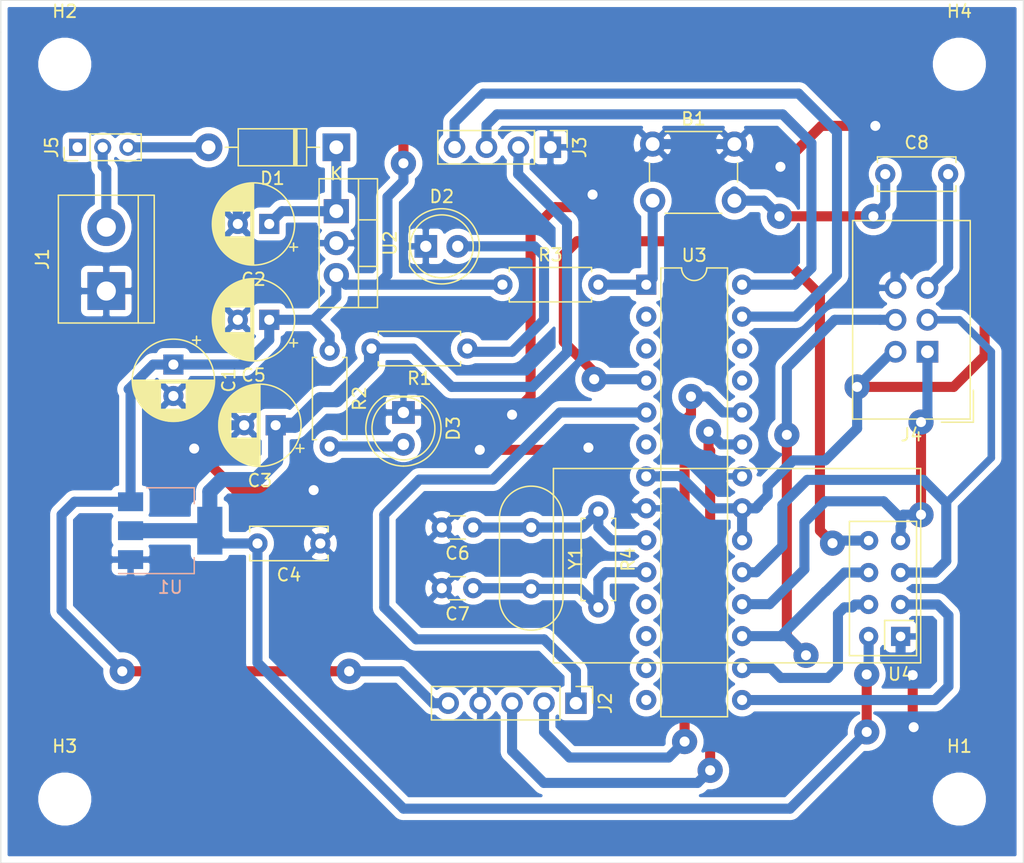
<source format=kicad_pcb>
(kicad_pcb (version 20171130) (host pcbnew "(5.1.5)-3")
  (title_block (title "Nrf24L01 Based ArduCar Controller") (date 2020-04-18) (rev v.1.1) (company "Erdem ARSLAN"))
  (layers (0 F.Cu jumper) (31 B.Cu mixed) (34 B.Paste user) (37 F.SilkS user) (38 B.Mask user) (39 F.Mask user) (44 Edge.Cuts user))
  (net 0 "")
  (net 1 "Net-(B1-Pad2)")
  (net 2 GND)
  (net 3 +5V)
  (net 4 "Net-(C2-Pad1)")
  (net 5 +3V3)
  (net 6 "Net-(C6-Pad1)")
  (net 7 "Net-(C7-Pad1)")
  (net 8 RESET)
  (net 9 "Net-(D1-Pad2)")
  (net 10 "Net-(D2-Pad2)")
  (net 11 "Net-(D3-Pad2)")
  (net 12 "Net-(J1-Pad2)")
  (net 13 SW)
  (net 14 VRY)
  (net 15 VRX)
  (net 16 "Net-(J3-Pad3)")
  (net 17 "Net-(J3-Pad4)")
  (net 18 MISO)
  (net 19 SCK)
  (net 20 MOSI)
  (net 21 "Net-(J5-Pad1)")
  (net 22 CE)
  (net 23 "Net-(U3-Pad2)")
  (net 24 CSN)
  (net 25 "Net-(U3-Pad3)")
  (net 26 IRQ)
  (net 27 "Net-(U3-Pad6)")
  (net 28 "Net-(U3-Pad11)")
  (net 29 "Net-(U3-Pad25)")
  (net 30 "Net-(U3-Pad12)")
  (net 31 "Net-(U3-Pad26)")
  (net 32 "Net-(U3-Pad13)")
  (net 33 "Net-(U3-Pad14)")
  (module Button_Switch_THT:SW_PUSH_6mm (layer F.Cu) (at 97.536 113.03)
    (fp_text reference B1 (at 3.25 -2) (layer F.SilkS))
    (fp_text value Button)
    (pad 2 thru_hole circle (at 0 4.5 90) (size 2 2) (drill 1.1) (layers *.Cu *.Mask) (net 1 "Net-(B1-Pad2)"))
    (pad 1 thru_hole circle (at 0 0 90) (size 2 2) (drill 1.1) (layers *.Cu *.Mask) (net 2 GND))
    (pad 2 thru_hole circle (at 6.5 4.5 90) (size 2 2) (drill 1.1) (layers *.Cu *.Mask) (net 1 "Net-(B1-Pad2)"))
    (pad 1 thru_hole circle (at 6.5 0 90) (size 2 2) (drill 1.1) (layers *.Cu *.Mask) (net 2 GND))
  )
  (module Capacitor_THT:CP_Radial_D6.3mm_P2.50mm (layer F.Cu) (at 59.436 130.556 270)
    (fp_text reference C1 (at 1.25 -4.4 90) (layer F.SilkS))
    (fp_text value "47uF 16V")
    (pad 1 thru_hole rect (at 0 0 270) (size 1.6 1.6) (drill 0.8) (layers *.Cu *.Mask) (net 3 +5V))
    (pad 2 thru_hole circle (at 2.5 0 270) (size 1.6 1.6) (drill 0.8) (layers *.Cu *.Mask) (net 2 GND))
  )
  (module Capacitor_THT:CP_Radial_D6.3mm_P2.50mm (layer F.Cu) (at 67.056 119.38 180)
    (fp_text reference C2 (at 1.25 -4.4) (layer F.SilkS))
    (fp_text value "220uF 35V")
    (pad 2 thru_hole circle (at 2.5 0 180) (size 1.6 1.6) (drill 0.8) (layers *.Cu *.Mask) (net 2 GND))
    (pad 1 thru_hole rect (at 0 0 180) (size 1.6 1.6) (drill 0.8) (layers *.Cu *.Mask) (net 4 "Net-(C2-Pad1)"))
  )
  (module Capacitor_THT:CP_Radial_D6.3mm_P2.50mm (layer F.Cu) (at 67.564 135.382 180)
    (fp_text reference C3 (at 1.25 -4.4) (layer F.SilkS))
    (fp_text value "47uF 16V")
    (pad 2 thru_hole circle (at 2.5 0 180) (size 1.6 1.6) (drill 0.8) (layers *.Cu *.Mask) (net 2 GND))
    (pad 1 thru_hole rect (at 0 0 180) (size 1.6 1.6) (drill 0.8) (layers *.Cu *.Mask) (net 5 +3V3))
  )
  (module Capacitor_THT:C_Disc_D6.0mm_W2.5mm_P5.00mm (layer F.Cu) (at 71.12 144.78 180)
    (fp_text reference C4 (at 2.5 -2.5) (layer F.SilkS))
    (fp_text value 100nF)
    (pad 1 thru_hole circle (at 0 0 180) (size 1.6 1.6) (drill 0.8) (layers *.Cu *.Mask) (net 2 GND))
    (pad 2 thru_hole circle (at 5 0 180) (size 1.6 1.6) (drill 0.8) (layers *.Cu *.Mask) (net 5 +3V3))
  )
  (module Capacitor_THT:CP_Radial_D6.3mm_P2.50mm (layer F.Cu) (at 67.056 127 180)
    (fp_text reference C5 (at 1.25 -4.4) (layer F.SilkS))
    (fp_text value "0.1uF 16V")
    (pad 1 thru_hole rect (at 0 0 180) (size 1.6 1.6) (drill 0.8) (layers *.Cu *.Mask) (net 3 +5V))
    (pad 2 thru_hole circle (at 2.5 0 180) (size 1.6 1.6) (drill 0.8) (layers *.Cu *.Mask) (net 2 GND))
  )
  (module Capacitor_THT:C_Disc_D3.0mm_W1.6mm_P2.50mm (layer F.Cu) (at 83.272 143.51 180)
    (fp_text reference C6 (at 1.25 -2.05) (layer F.SilkS))
    (fp_text value 22pF)
    (pad 2 thru_hole circle (at 2.5 0 180) (size 1.6 1.6) (drill 0.8) (layers *.Cu *.Mask) (net 2 GND))
    (pad 1 thru_hole circle (at 0 0 180) (size 1.6 1.6) (drill 0.8) (layers *.Cu *.Mask) (net 6 "Net-(C6-Pad1)"))
  )
  (module Capacitor_THT:C_Disc_D3.0mm_W1.6mm_P2.50mm (layer F.Cu) (at 83.272 148.336 180)
    (fp_text reference C7 (at 1.25 -2.05) (layer F.SilkS))
    (fp_text value 22pF)
    (pad 1 thru_hole circle (at 0 0 180) (size 1.6 1.6) (drill 0.8) (layers *.Cu *.Mask) (net 7 "Net-(C7-Pad1)"))
    (pad 2 thru_hole circle (at 2.5 0 180) (size 1.6 1.6) (drill 0.8) (layers *.Cu *.Mask) (net 2 GND))
  )
  (module Capacitor_THT:C_Disc_D6.0mm_W2.5mm_P5.00mm (layer F.Cu) (at 116.0272 115.4176)
    (fp_text reference C8 (at 2.5 -2.5) (layer F.SilkS))
    (fp_text value 100nF)
    (pad 2 thru_hole circle (at 5 0) (size 1.6 1.6) (drill 0.8) (layers *.Cu *.Mask) (net 8 RESET))
    (pad 1 thru_hole circle (at 0 0) (size 1.6 1.6) (drill 0.8) (layers *.Cu *.Mask) (net 1 "Net-(B1-Pad2)"))
  )
  (module Diode_THT:D_DO-41_SOD81_P10.16mm_Horizontal (layer F.Cu) (at 72.39 113.284 180)
    (fp_text reference D1 (at 5.08 -2.47) (layer F.SilkS))
    (fp_text value 1N4007)
    (fp_text user K (at 0 -2.1) (layer F.SilkS))
    (pad 1 thru_hole rect (at 0 0 180) (size 2.2 2.2) (drill 1.1) (layers *.Cu *.Mask) (net 4 "Net-(C2-Pad1)"))
    (pad 2 thru_hole oval (at 10.16 0 180) (size 2.2 2.2) (drill 1.1) (layers *.Cu *.Mask) (net 9 "Net-(D1-Pad2)"))
  )
  (module LED_THT:LED_D5.0mm (layer F.Cu) (at 79.502 121.158)
    (fp_text reference D2 (at 1.27 -3.96) (layer F.SilkS))
    (fp_text value LED)
    (pad 2 thru_hole circle (at 2.54 0) (size 1.8 1.8) (drill 0.9) (layers *.Cu *.Mask) (net 10 "Net-(D2-Pad2)"))
    (pad 1 thru_hole rect (at 0 0) (size 1.8 1.8) (drill 0.9) (layers *.Cu *.Mask) (net 2 GND))
  )
  (module LED_THT:LED_D5.0mm (layer F.Cu) (at 77.724 134.366 270)
    (fp_text reference D3 (at 1.27 -3.96 90) (layer F.SilkS))
    (fp_text value LED)
    (pad 1 thru_hole rect (at 0 0 270) (size 1.8 1.8) (drill 0.9) (layers *.Cu *.Mask) (net 2 GND))
    (pad 2 thru_hole circle (at 2.54 0 270) (size 1.8 1.8) (drill 0.9) (layers *.Cu *.Mask) (net 11 "Net-(D3-Pad2)"))
  )
  (module MountingHole:MountingHole_3.2mm_M3 (layer F.Cu) (at 121.92 165.1)
    (fp_text reference H1 (at 0 -4.2) (layer F.SilkS))
    (fp_text value MountingHole)
    (pad 1 np_thru_hole circle (at 0 0) (size 3.2 3.2) (drill 3.2) (layers *.Cu *.Mask))
  )
  (module MountingHole:MountingHole_3.2mm_M3 (layer F.Cu) (at 50.8 106.68)
    (fp_text reference H2 (at 0 -4.2) (layer F.SilkS))
    (fp_text value MountingHole)
    (pad 1 np_thru_hole circle (at 0 0) (size 3.2 3.2) (drill 3.2) (layers *.Cu *.Mask))
  )
  (module MountingHole:MountingHole_3.2mm_M3 (layer F.Cu) (at 50.8 165.1)
    (fp_text reference H3 (at 0 -4.2) (layer F.SilkS))
    (fp_text value MountingHole)
    (pad 1 np_thru_hole circle (at 0 0) (size 3.2 3.2) (drill 3.2) (layers *.Cu *.Mask))
  )
  (module MountingHole:MountingHole_3.2mm_M3 (layer F.Cu) (at 121.92 106.68)
    (fp_text reference H4 (at 0 -4.2) (layer F.SilkS))
    (fp_text value MountingHole)
    (pad 1 np_thru_hole circle (at 0 0) (size 3.2 3.2) (drill 3.2) (layers *.Cu *.Mask))
  )
  (module TerminalBlock:TerminalBlock_bornier-2_P5.08mm (layer F.Cu) (at 54.102 124.714 90)
    (fp_text reference J1 (at 2.54 -5.08 90) (layer F.SilkS))
    (fp_text value Screw_Terminal_01x02)
    (pad 1 thru_hole rect (at 0 0 90) (size 3 3) (drill 1.52) (layers *.Cu *.Mask) (net 2 GND))
    (pad 2 thru_hole circle (at 5.08 0 90) (size 3 3) (drill 1.52) (layers *.Cu *.Mask) (net 12 "Net-(J1-Pad2)"))
  )
  (module Connector_PinHeader_2.54mm:PinHeader_1x05_P2.54mm_Vertical (layer F.Cu) (at 91.44 157.48 270)
    (fp_text reference J2 (at 0 -2.33 90) (layer F.SilkS))
    (fp_text value Conn_01x05_Female)
    (pad 1 thru_hole rect (at 0 0 270) (size 1.7 1.7) (drill 1) (layers *.Cu *.Mask) (net 13 SW))
    (pad 2 thru_hole oval (at 0 2.54 270) (size 1.7 1.7) (drill 1) (layers *.Cu *.Mask) (net 14 VRY))
    (pad 3 thru_hole oval (at 0 5.08 270) (size 1.7 1.7) (drill 1) (layers *.Cu *.Mask) (net 15 VRX))
    (pad 4 thru_hole oval (at 0 7.62 270) (size 1.7 1.7) (drill 1) (layers *.Cu *.Mask) (net 2 GND))
    (pad 5 thru_hole oval (at 0 10.16 270) (size 1.7 1.7) (drill 1) (layers *.Cu *.Mask) (net 3 +5V))
  )
  (module Connector_PinHeader_2.54mm:PinHeader_1x04_P2.54mm_Vertical (layer F.Cu) (at 89.408 113.284 270)
    (fp_text reference J3 (at 0 -2.33 90) (layer F.SilkS))
    (fp_text value OLED)
    (pad 1 thru_hole rect (at 0 0 270) (size 1.7 1.7) (drill 1) (layers *.Cu *.Mask) (net 2 GND))
    (pad 2 thru_hole oval (at 0 2.54 270) (size 1.7 1.7) (drill 1) (layers *.Cu *.Mask) (net 5 +3V3))
    (pad 3 thru_hole oval (at 0 5.08 270) (size 1.7 1.7) (drill 1) (layers *.Cu *.Mask) (net 16 "Net-(J3-Pad3)"))
    (pad 4 thru_hole oval (at 0 7.62 270) (size 1.7 1.7) (drill 1) (layers *.Cu *.Mask) (net 17 "Net-(J3-Pad4)"))
  )
  (module Connector_IDC:IDC-Header_2x03_P2.54mm_Vertical (layer F.Cu) (at 119.38 129.54 180)
    (fp_text reference J4 (at 1.27 -6.604) (layer F.SilkS))
    (fp_text value AVR-ISP-6)
    (pad 1 thru_hole rect (at 0 0 180) (size 1.7272 1.7272) (drill 1.016) (layers *.Cu *.Mask) (net 18 MISO))
    (pad 2 thru_hole oval (at 2.54 0 180) (size 1.7272 1.7272) (drill 1.016) (layers *.Cu *.Mask) (net 3 +5V))
    (pad 3 thru_hole oval (at 0 2.54 180) (size 1.7272 1.7272) (drill 1.016) (layers *.Cu *.Mask) (net 19 SCK))
    (pad 4 thru_hole oval (at 2.54 2.54 180) (size 1.7272 1.7272) (drill 1.016) (layers *.Cu *.Mask) (net 20 MOSI))
    (pad 5 thru_hole oval (at 0 5.08 180) (size 1.7272 1.7272) (drill 1.016) (layers *.Cu *.Mask) (net 8 RESET))
    (pad 6 thru_hole oval (at 2.54 5.08 180) (size 1.7272 1.7272) (drill 1.016) (layers *.Cu *.Mask) (net 2 GND))
  )
  (module Connector_PinHeader_2.00mm:PinHeader_1x03_P2.00mm_Vertical (layer F.Cu) (at 51.816 113.284 90)
    (fp_text reference J5 (at 0 -2.06 90) (layer F.SilkS))
    (fp_text value POWER_SW)
    (pad 1 thru_hole rect (at 0 0 90) (size 1.35 1.35) (drill 0.8) (layers *.Cu *.Mask) (net 21 "Net-(J5-Pad1)"))
    (pad 2 thru_hole oval (at 0 2 90) (size 1.35 1.35) (drill 0.8) (layers *.Cu *.Mask) (net 12 "Net-(J1-Pad2)"))
    (pad 3 thru_hole oval (at 0 4 90) (size 1.35 1.35) (drill 0.8) (layers *.Cu *.Mask) (net 9 "Net-(D1-Pad2)"))
  )
  (module Resistor_THT:R_Axial_DIN0207_L6.3mm_D2.5mm_P7.62mm_Horizontal (layer F.Cu) (at 82.804 129.286 180)
    (fp_text reference R1 (at 3.81 -2.37) (layer F.SilkS))
    (fp_text value 75E)
    (pad 2 thru_hole oval (at 7.62 0 180) (size 1.6 1.6) (drill 0.8) (layers *.Cu *.Mask) (net 5 +3V3))
    (pad 1 thru_hole circle (at 0 0 180) (size 1.6 1.6) (drill 0.8) (layers *.Cu *.Mask) (net 10 "Net-(D2-Pad2)"))
  )
  (module Resistor_THT:R_Axial_DIN0207_L6.3mm_D2.5mm_P7.62mm_Horizontal (layer F.Cu) (at 71.86 129.45 270)
    (fp_text reference R2 (at 3.81 -2.37 90) (layer F.SilkS))
    (fp_text value 220E)
    (pad 2 thru_hole oval (at 7.62 0 270) (size 1.6 1.6) (drill 0.8) (layers *.Cu *.Mask) (net 11 "Net-(D3-Pad2)"))
    (pad 1 thru_hole circle (at 0 0 270) (size 1.6 1.6) (drill 0.8) (layers *.Cu *.Mask) (net 3 +5V))
  )
  (module Resistor_THT:R_Axial_DIN0207_L6.3mm_D2.5mm_P7.62mm_Horizontal (layer F.Cu) (at 85.598 124.206)
    (fp_text reference R3 (at 3.81 -2.37) (layer F.SilkS))
    (fp_text value 10K)
    (pad 1 thru_hole circle (at 0 0) (size 1.6 1.6) (drill 0.8) (layers *.Cu *.Mask) (net 3 +5V))
    (pad 2 thru_hole oval (at 7.62 0) (size 1.6 1.6) (drill 0.8) (layers *.Cu *.Mask) (net 1 "Net-(B1-Pad2)"))
  )
  (module Resistor_THT:R_Axial_DIN0207_L6.3mm_D2.5mm_P7.62mm_Horizontal (layer F.Cu) (at 93.218 142.24 270)
    (fp_text reference R4 (at 3.81 -2.37 90) (layer F.SilkS))
    (fp_text value 1M)
    (pad 1 thru_hole circle (at 0 0 270) (size 1.6 1.6) (drill 0.8) (layers *.Cu *.Mask) (net 6 "Net-(C6-Pad1)"))
    (pad 2 thru_hole oval (at 7.62 0 270) (size 1.6 1.6) (drill 0.8) (layers *.Cu *.Mask) (net 7 "Net-(C7-Pad1)"))
  )
  (module Package_TO_SOT_SMD:SOT-223-3_TabPin2 (layer B.Cu) (at 59.182 143.764)
    (fp_text reference U1 (at 0 4.5) (layer B.SilkS) (effects (justify mirror)))
    (fp_text value AMS1117-3.3)
    (pad 2 smd rect (at 3.15 0) (size 2 3.8) (layers B.Cu B.Paste B.Mask) (net 5 +3V3))
    (pad 2 smd rect (at -3.15 0) (size 2 1.5) (layers B.Cu B.Paste B.Mask) (net 5 +3V3))
    (pad 3 smd rect (at -3.15 -2.3) (size 2 1.5) (layers B.Cu B.Paste B.Mask) (net 3 +5V))
    (pad 1 smd rect (at -3.15 2.3) (size 2 1.5) (layers B.Cu B.Paste B.Mask) (net 2 GND))
  )
  (module Package_TO_SOT_THT:TO-220-3_Vertical (layer F.Cu) (at 72.39 118.364 270)
    (fp_text reference U2 (at 2.54 -4.27 90) (layer F.SilkS))
    (fp_text value LM7805_TO220)
    (pad 1 thru_hole rect (at 0 0 270) (size 1.905 2) (drill 1.1) (layers *.Cu *.Mask) (net 4 "Net-(C2-Pad1)"))
    (pad 2 thru_hole oval (at 2.54 0 270) (size 1.905 2) (drill 1.1) (layers *.Cu *.Mask) (net 2 GND))
    (pad 3 thru_hole oval (at 5.08 0 270) (size 1.905 2) (drill 1.1) (layers *.Cu *.Mask) (net 3 +5V))
  )
  (module Package_DIP:DIP-28_W7.62mm (layer F.Cu) (at 97.028 124.206)
    (fp_text reference U3 (at 3.81 -2.33) (layer F.SilkS))
    (fp_text value ATmega328P-PU)
    (pad 1 thru_hole rect (at 0 0) (size 1.6 1.6) (drill 0.8) (layers *.Cu *.Mask) (net 1 "Net-(B1-Pad2)"))
    (pad 15 thru_hole oval (at 7.62 33.02) (size 1.6 1.6) (drill 0.8) (layers *.Cu *.Mask) (net 22 CE))
    (pad 2 thru_hole oval (at 0 2.54) (size 1.6 1.6) (drill 0.8) (layers *.Cu *.Mask) (net 23 "Net-(U3-Pad2)"))
    (pad 16 thru_hole oval (at 7.62 30.48) (size 1.6 1.6) (drill 0.8) (layers *.Cu *.Mask) (net 24 CSN))
    (pad 3 thru_hole oval (at 0 5.08) (size 1.6 1.6) (drill 0.8) (layers *.Cu *.Mask) (net 25 "Net-(U3-Pad3)"))
    (pad 17 thru_hole oval (at 7.62 27.94) (size 1.6 1.6) (drill 0.8) (layers *.Cu *.Mask) (net 20 MOSI))
    (pad 4 thru_hole oval (at 0 7.62) (size 1.6 1.6) (drill 0.8) (layers *.Cu *.Mask) (net 26 IRQ))
    (pad 18 thru_hole oval (at 7.62 25.4) (size 1.6 1.6) (drill 0.8) (layers *.Cu *.Mask) (net 18 MISO))
    (pad 5 thru_hole oval (at 0 10.16) (size 1.6 1.6) (drill 0.8) (layers *.Cu *.Mask) (net 13 SW))
    (pad 19 thru_hole oval (at 7.62 22.86) (size 1.6 1.6) (drill 0.8) (layers *.Cu *.Mask) (net 19 SCK))
    (pad 6 thru_hole oval (at 0 12.7) (size 1.6 1.6) (drill 0.8) (layers *.Cu *.Mask) (net 27 "Net-(U3-Pad6)"))
    (pad 20 thru_hole oval (at 7.62 20.32) (size 1.6 1.6) (drill 0.8) (layers *.Cu *.Mask) (net 3 +5V))
    (pad 7 thru_hole oval (at 0 15.24) (size 1.6 1.6) (drill 0.8) (layers *.Cu *.Mask) (net 3 +5V))
    (pad 21 thru_hole oval (at 7.62 17.78) (size 1.6 1.6) (drill 0.8) (layers *.Cu *.Mask) (net 3 +5V))
    (pad 8 thru_hole oval (at 0 17.78) (size 1.6 1.6) (drill 0.8) (layers *.Cu *.Mask) (net 2 GND))
    (pad 22 thru_hole oval (at 7.62 15.24) (size 1.6 1.6) (drill 0.8) (layers *.Cu *.Mask) (net 2 GND))
    (pad 9 thru_hole oval (at 0 20.32) (size 1.6 1.6) (drill 0.8) (layers *.Cu *.Mask) (net 6 "Net-(C6-Pad1)"))
    (pad 23 thru_hole oval (at 7.62 12.7) (size 1.6 1.6) (drill 0.8) (layers *.Cu *.Mask) (net 15 VRX))
    (pad 10 thru_hole oval (at 0 22.86) (size 1.6 1.6) (drill 0.8) (layers *.Cu *.Mask) (net 7 "Net-(C7-Pad1)"))
    (pad 24 thru_hole oval (at 7.62 10.16) (size 1.6 1.6) (drill 0.8) (layers *.Cu *.Mask) (net 14 VRY))
    (pad 11 thru_hole oval (at 0 25.4) (size 1.6 1.6) (drill 0.8) (layers *.Cu *.Mask) (net 28 "Net-(U3-Pad11)"))
    (pad 25 thru_hole oval (at 7.62 7.62) (size 1.6 1.6) (drill 0.8) (layers *.Cu *.Mask) (net 29 "Net-(U3-Pad25)"))
    (pad 12 thru_hole oval (at 0 27.94) (size 1.6 1.6) (drill 0.8) (layers *.Cu *.Mask) (net 30 "Net-(U3-Pad12)"))
    (pad 26 thru_hole oval (at 7.62 5.08) (size 1.6 1.6) (drill 0.8) (layers *.Cu *.Mask) (net 31 "Net-(U3-Pad26)"))
    (pad 13 thru_hole oval (at 0 30.48) (size 1.6 1.6) (drill 0.8) (layers *.Cu *.Mask) (net 32 "Net-(U3-Pad13)"))
    (pad 27 thru_hole oval (at 7.62 2.54) (size 1.6 1.6) (drill 0.8) (layers *.Cu *.Mask) (net 17 "Net-(J3-Pad4)"))
    (pad 14 thru_hole oval (at 0 33.02) (size 1.6 1.6) (drill 0.8) (layers *.Cu *.Mask) (net 33 "Net-(U3-Pad14)"))
    (pad 28 thru_hole oval (at 7.62 0) (size 1.6 1.6) (drill 0.8) (layers *.Cu *.Mask) (net 16 "Net-(J3-Pad3)"))
  )
  (module RF_Module:nRF24L01_Breakout (layer F.Cu) (at 117.2464 152.1714 180)
    (fp_text reference U4 (at 0 -3) (layer F.SilkS))
    (fp_text value NRF24L01_Breakout)
    (pad 1 thru_hole rect (at 0 0 180) (size 1.524 1.524) (drill 0.762) (layers *.Cu *.Mask) (net 2 GND))
    (pad 2 thru_hole circle (at 2.54 0 180) (size 1.524 1.524) (drill 0.762) (layers *.Cu *.Mask) (net 5 +3V3))
    (pad 3 thru_hole circle (at 0 2.54 180) (size 1.524 1.524) (drill 0.762) (layers *.Cu *.Mask) (net 22 CE))
    (pad 4 thru_hole circle (at 2.54 2.54 180) (size 1.524 1.524) (drill 0.762) (layers *.Cu *.Mask) (net 24 CSN))
    (pad 5 thru_hole circle (at 0 5.08 180) (size 1.524 1.524) (drill 0.762) (layers *.Cu *.Mask) (net 19 SCK))
    (pad 6 thru_hole circle (at 2.54 5.08 180) (size 1.524 1.524) (drill 0.762) (layers *.Cu *.Mask) (net 20 MOSI))
    (pad 7 thru_hole circle (at 0 7.62 180) (size 1.524 1.524) (drill 0.762) (layers *.Cu *.Mask) (net 18 MISO))
    (pad 8 thru_hole circle (at 2.54 7.62 180) (size 1.524 1.524) (drill 0.762) (layers *.Cu *.Mask) (net 26 IRQ))
  )
  (module Crystal:Crystal_HC49-4H_Vertical (layer F.Cu) (at 87.884 143.51 270)
    (fp_text reference Y1 (at 2.44 -3.525 90) (layer F.SilkS))
    (fp_text value 16Mhz)
    (pad 1 thru_hole circle (at 0 0 270) (size 1.5 1.5) (drill 0.8) (layers *.Cu *.Mask) (net 6 "Net-(C6-Pad1)"))
    (pad 2 thru_hole circle (at 4.88 0 270) (size 1.5 1.5) (drill 0.8) (layers *.Cu *.Mask) (net 7 "Net-(C7-Pad1)"))
  )
  (gr_line (start 45.72 101.6) (end 45.72 104.14) (layer Edge.Cuts) (width 0.05))
  (gr_line (start 127 101.6) (end 45.72 101.6) (layer Edge.Cuts) (width 0.05))
  (gr_line (start 127 104.14) (end 127 101.6) (layer Edge.Cuts) (width 0.05))
  (gr_line (start 45.72 170.18) (end 45.72 104.14) (layer Edge.Cuts) (width 0.05))
  (gr_line (start 127 170.18) (end 45.72 170.18) (layer Edge.Cuts) (width 0.05))
  (gr_line (start 127 104.14) (end 127 170.18) (layer Edge.Cuts) (width 0.05))
  (segment (start 97.536 123.698) (end 97.028 124.206) (width 0.8) (layer B.Cu) (net 1))
  (segment (start 97.536 117.53) (end 97.536 123.698) (width 0.8) (layer B.Cu) (net 1))
  (segment (start 97.028 124.206) (end 93.218 124.206) (width 0.8) (layer B.Cu) (net 1))
  (segment (start 104.036 117.53) (end 104.036 116.7916) (width 0.8) (layer B.Cu) (net 1))
  (via (at 107.6198 118.7704) (size 2) (drill 0.8) (layers F.Cu B.Cu) (net 1))
  (segment (start 104.036 117.53) (end 106.3794 117.53) (width 0.8) (layer B.Cu) (net 1))
  (segment (start 106.3794 117.53) (end 107.6198 118.7704) (width 0.8) (layer B.Cu) (net 1))
  (via (at 115.0874 118.7704) (size 2) (drill 0.8) (layers F.Cu B.Cu) (net 1))
  (segment (start 107.6198 118.7704) (end 115.0874 118.7704) (width 0.8) (layer F.Cu) (net 1))
  (segment (start 116.0272 117.8306) (end 115.0874 118.7704) (width 0.8) (layer B.Cu) (net 1))
  (segment (start 116.0272 115.4176) (end 116.0272 117.8306) (width 0.8) (layer B.Cu) (net 1))
  (via (at 118.2116 155.2448) (size 2) (drill 0.8) (layers F.Cu B.Cu) (net 2))
  (segment (start 117.2464 152.1714) (end 117.2464 154.2796) (width 0.8) (layer B.Cu) (net 2))
  (segment (start 117.2464 154.2796) (end 118.2116 155.2448) (width 0.8) (layer B.Cu) (net 2))
  (via (at 118.2878 159.385) (size 2) (drill 0.8) (layers F.Cu B.Cu) (net 2))
  (segment (start 118.2116 155.2448) (end 118.2116 159.3088) (width 0.8) (layer F.Cu) (net 2))
  (segment (start 118.2116 159.3088) (end 118.2878 159.385) (width 0.8) (layer F.Cu) (net 2))
  (via (at 83.7946 137.3378) (size 2) (drill 0.8) (layers F.Cu B.Cu) (net 2))
  (segment (start 65.064 135.382) (end 62.9412 135.382) (width 0.8) (layer B.Cu) (net 2))
  (via (at 61.087 137.2362) (size 2) (drill 0.8) (layers F.Cu B.Cu) (net 2))
  (segment (start 62.9412 135.382) (end 61.087 137.2362) (width 0.8) (layer B.Cu) (net 2))
  (via (at 70.5866 140.5382) (size 2) (drill 0.8) (layers F.Cu B.Cu) (net 2))
  (segment (start 61.087 137.2362) (end 64.389 140.5382) (width 0.8) (layer F.Cu) (net 2))
  (segment (start 64.389 140.5382) (end 70.5866 140.5382) (width 0.8) (layer F.Cu) (net 2))
  (segment (start 97.536 113.03) (end 104.036 113.03) (width 0.8) (layer B.Cu) (net 2))
  (segment (start 96.536001 114.029999) (end 94.986601 114.029999) (width 0.8) (layer B.Cu) (net 2))
  (segment (start 97.536 113.03) (end 96.536001 114.029999) (width 0.8) (layer B.Cu) (net 2))
  (via (at 92.7608 117.0432) (size 2) (drill 0.8) (layers F.Cu B.Cu) (net 2))
  (segment (start 94.986601 114.029999) (end 92.7608 116.2558) (width 0.8) (layer B.Cu) (net 2))
  (segment (start 92.7608 116.2558) (end 92.7608 117.0432) (width 0.8) (layer B.Cu) (net 2))
  (via (at 92.4306 137.16) (size 2) (drill 0.8) (layers F.Cu B.Cu) (net 2))
  (segment (start 83.7946 137.3378) (end 92.2528 137.3378) (width 0.8) (layer F.Cu) (net 2))
  (segment (start 92.2528 137.3378) (end 92.4306 137.16) (width 0.8) (layer F.Cu) (net 2))
  (segment (start 91.760801 118.043199) (end 89.805001 118.043199) (width 0.8) (layer F.Cu) (net 2))
  (segment (start 92.7608 117.0432) (end 91.760801 118.043199) (width 0.8) (layer F.Cu) (net 2))
  (segment (start 89.805001 118.043199) (end 87.8332 120.015) (width 0.8) (layer F.Cu) (net 2))
  (via (at 86.36 134.5438) (size 2) (drill 0.8) (layers F.Cu B.Cu) (net 2))
  (segment (start 87.8332 120.015) (end 87.8332 133.0706) (width 0.8) (layer F.Cu) (net 2))
  (segment (start 87.8332 133.0706) (end 86.36 134.5438) (width 0.8) (layer F.Cu) (net 2))
  (segment (start 116.84 123.238686) (end 118.4402 121.638486) (width 0.8) (layer B.Cu) (net 2))
  (segment (start 116.84 124.46) (end 116.84 123.238686) (width 0.8) (layer B.Cu) (net 2))
  (segment (start 118.4402 121.638486) (end 118.4402 113.2586) (width 0.8) (layer B.Cu) (net 2))
  (via (at 115.2398 111.5822) (size 2) (drill 0.8) (layers F.Cu B.Cu) (net 2))
  (segment (start 118.4402 113.2586) (end 116.7638 111.5822) (width 0.8) (layer B.Cu) (net 2))
  (segment (start 116.7638 111.5822) (end 115.2398 111.5822) (width 0.8) (layer B.Cu) (net 2))
  (via (at 107.696 114.8334) (size 2) (drill 0.8) (layers F.Cu B.Cu) (net 2))
  (segment (start 115.2398 111.5822) (end 110.9472 111.5822) (width 0.8) (layer F.Cu) (net 2))
  (segment (start 110.9472 111.5822) (end 107.696 114.8334) (width 0.8) (layer F.Cu) (net 2))
  (segment (start 105.8394 114.8334) (end 104.036 113.03) (width 0.8) (layer B.Cu) (net 2))
  (segment (start 107.696 114.8334) (end 105.8394 114.8334) (width 0.8) (layer B.Cu) (net 2))
  (segment (start 115.2398 111.5822) (end 115.2398 108.9406) (width 0.8) (layer B.Cu) (net 2))
  (segment (start 115.2398 108.9406) (end 111.6584 105.3592) (width 0.8) (layer B.Cu) (net 2))
  (segment (start 111.6584 105.3592) (end 73.279 105.3592) (width 0.8) (layer B.Cu) (net 2))
  (segment (start 73.279 105.3592) (end 66.7258 111.9124) (width 0.8) (layer B.Cu) (net 2))
  (segment (start 66.7258 111.9124) (end 66.7258 114.9604) (width 0.8) (layer B.Cu) (net 2))
  (segment (start 64.556 117.1302) (end 64.556 119.38) (width 0.8) (layer B.Cu) (net 2))
  (segment (start 66.7258 114.9604) (end 64.556 117.1302) (width 0.8) (layer B.Cu) (net 2))
  (segment (start 92.4306 139.3444) (end 92.4306 137.16) (width 0.8) (layer B.Cu) (net 2))
  (segment (start 92.456 139.3698) (end 92.4306 139.3444) (width 0.8) (layer B.Cu) (net 2))
  (segment (start 95.89663 141.986) (end 95.8088 141.89817) (width 0.8) (layer B.Cu) (net 2))
  (segment (start 93.3196 139.3698) (end 92.456 139.3698) (width 0.8) (layer B.Cu) (net 2))
  (segment (start 97.028 141.986) (end 95.89663 141.986) (width 0.8) (layer B.Cu) (net 2))
  (segment (start 95.8088 141.89817) (end 95.8088 141.859) (width 0.8) (layer B.Cu) (net 2))
  (segment (start 95.8088 141.859) (end 93.3196 139.3698) (width 0.8) (layer B.Cu) (net 2))
  (segment (start 72.39 125.1965) (end 70.5865 127) (width 0.8) (layer B.Cu) (net 3))
  (segment (start 72.39 123.444) (end 72.39 125.1965) (width 0.8) (layer B.Cu) (net 3))
  (segment (start 70.5865 127) (end 67.056 127) (width 0.8) (layer B.Cu) (net 3))
  (segment (start 67.056 128.6) (end 67.056 127) (width 0.8) (layer B.Cu) (net 3))
  (segment (start 65.1 130.556) (end 67.056 128.6) (width 0.8) (layer B.Cu) (net 3))
  (segment (start 59.436 130.556) (end 65.1 130.556) (width 0.8) (layer B.Cu) (net 3))
  (segment (start 73.152 124.206) (end 72.39 123.444) (width 0.8) (layer B.Cu) (net 3))
  (segment (start 57.836 130.556) (end 55.88 132.512) (width 0.8) (layer B.Cu) (net 3))
  (segment (start 59.436 130.556) (end 57.836 130.556) (width 0.8) (layer B.Cu) (net 3))
  (segment (start 56.032 132.664) (end 56.032 141.464) (width 0.8) (layer B.Cu) (net 3))
  (segment (start 55.88 132.512) (end 56.032 132.664) (width 0.8) (layer B.Cu) (net 3))
  (segment (start 71.86 128.2735) (end 70.5865 127) (width 0.8) (layer B.Cu) (net 3))
  (segment (start 71.86 129.45) (end 71.86 128.2735) (width 0.8) (layer B.Cu) (net 3))
  (segment (start 98.15937 139.446) (end 98.18477 139.4206) (width 0.8) (layer B.Cu) (net 3))
  (segment (start 97.028 139.446) (end 98.15937 139.446) (width 0.8) (layer B.Cu) (net 3))
  (segment (start 98.18477 139.4206) (end 99.7204 139.4206) (width 0.8) (layer B.Cu) (net 3))
  (segment (start 102.2858 141.986) (end 104.648 141.986) (width 0.8) (layer B.Cu) (net 3))
  (segment (start 99.7204 139.4206) (end 102.2858 141.986) (width 0.8) (layer B.Cu) (net 3))
  (segment (start 104.648 141.986) (end 104.648 144.526) (width 0.8) (layer B.Cu) (net 3))
  (segment (start 116.84 129.54) (end 116.586 129.54) (width 0.8) (layer B.Cu) (net 3))
  (segment (start 116.586 129.54) (end 113.792 132.334) (width 0.8) (layer B.Cu) (net 3))
  (segment (start 75.692 124.206) (end 73.152 124.206) (width 0.8) (layer B.Cu) (net 3))
  (segment (start 85.598 124.206) (end 75.692 124.206) (width 0.8) (layer B.Cu) (net 3))
  (segment (start 80.077919 157.48) (end 77.537919 154.94) (width 0.8) (layer B.Cu) (net 3))
  (segment (start 81.28 157.48) (end 80.077919 157.48) (width 0.8) (layer B.Cu) (net 3))
  (via (at 73.406 154.94) (size 2) (drill 0.8) (layers F.Cu B.Cu) (net 3))
  (segment (start 77.537919 154.94) (end 73.406 154.94) (width 0.8) (layer B.Cu) (net 3))
  (segment (start 73.406 154.94) (end 71.991787 154.94) (width 0.8) (layer F.Cu) (net 3))
  (via (at 55.372 154.94) (size 2) (drill 0.8) (layers F.Cu B.Cu) (net 3))
  (segment (start 71.991787 154.94) (end 55.372 154.94) (width 0.8) (layer F.Cu) (net 3))
  (segment (start 55.372 154.94) (end 50.546 150.114) (width 0.8) (layer B.Cu) (net 3))
  (segment (start 50.546 150.114) (end 50.546 142.494) (width 0.8) (layer B.Cu) (net 3))
  (segment (start 51.576 141.464) (end 56.032 141.464) (width 0.8) (layer B.Cu) (net 3))
  (segment (start 50.546 142.494) (end 51.576 141.464) (width 0.8) (layer B.Cu) (net 3))
  (segment (start 105.77937 141.986) (end 105.918 141.84737) (width 0.8) (layer B.Cu) (net 3))
  (segment (start 104.648 141.986) (end 105.77937 141.986) (width 0.8) (layer B.Cu) (net 3))
  (segment (start 105.918 141.84737) (end 105.918 141.732) (width 0.8) (layer B.Cu) (net 3))
  (segment (start 105.918 141.732) (end 106.68 140.97) (width 0.8) (layer B.Cu) (net 3))
  (segment (start 106.68 140.97) (end 106.68 140.208) (width 0.8) (layer B.Cu) (net 3))
  (segment (start 106.68 140.208) (end 108.712 138.176) (width 0.8) (layer B.Cu) (net 3))
  (segment (start 108.712 138.176) (end 111.252 138.176) (width 0.8) (layer B.Cu) (net 3))
  (segment (start 113.792 135.636) (end 113.792 132.334) (width 0.8) (layer B.Cu) (net 3))
  (segment (start 111.252 138.176) (end 113.792 135.636) (width 0.8) (layer B.Cu) (net 3))
  (segment (start 76.454 117.238213) (end 76.454 123.444) (width 0.8) (layer B.Cu) (net 3))
  (segment (start 77.724 115.968213) (end 76.454 117.238213) (width 0.8) (layer B.Cu) (net 3))
  (segment (start 76.454 123.444) (end 75.692 124.206) (width 0.8) (layer B.Cu) (net 3))
  (segment (start 77.724 114.554) (end 77.724 115.968213) (width 0.8) (layer B.Cu) (net 3))
  (segment (start 77.724 110.744) (end 77.724 114.554) (width 0.8) (layer F.Cu) (net 3))
  (via (at 77.724 114.554) (size 2) (drill 0.8) (layers F.Cu B.Cu) (net 3))
  (via (at 113.792 132.334) (size 2) (drill 0.8) (layers F.Cu B.Cu) (net 3))
  (segment (start 114.7572 107.2134) (end 81.2038 107.2134) (width 0.8) (layer F.Cu) (net 3))
  (segment (start 122.0724 111.9886) (end 119.5324 111.9886) (width 0.8) (layer F.Cu) (net 3))
  (segment (start 119.5324 111.9886) (end 114.7572 107.2134) (width 0.8) (layer F.Cu) (net 3))
  (segment (start 123.9266 113.8428) (end 122.0724 111.9886) (width 0.8) (layer F.Cu) (net 3))
  (segment (start 80.9752 107.442) (end 77.724 110.744) (width 0.8) (layer F.Cu) (net 3))
  (segment (start 81.28 107.188) (end 80.9752 107.442) (width 0.8) (layer F.Cu) (net 3))
  (segment (start 81.2038 107.2134) (end 80.9752 107.442) (width 0.8) (layer F.Cu) (net 3))
  (segment (start 123.9266 129.8702) (end 123.9266 113.8428) (width 0.8) (layer F.Cu) (net 3))
  (segment (start 113.792 132.334) (end 121.4628 132.334) (width 0.8) (layer F.Cu) (net 3))
  (segment (start 121.4628 132.334) (end 123.9266 129.8702) (width 0.8) (layer F.Cu) (net 3))
  (segment (start 72.39 113.284) (end 72.39 118.364) (width 0.8) (layer B.Cu) (net 4))
  (segment (start 68.072 118.364) (end 67.056 119.38) (width 0.8) (layer B.Cu) (net 4))
  (segment (start 72.39 118.364) (end 68.072 118.364) (width 0.8) (layer B.Cu) (net 4))
  (segment (start 56.032 143.764) (end 62.332 143.764) (width 1.2) (layer B.Cu) (net 5))
  (segment (start 62.332 140.664) (end 63.296 139.7) (width 1.2) (layer B.Cu) (net 5))
  (segment (start 62.332 143.764) (end 62.332 140.664) (width 1.2) (layer B.Cu) (net 5))
  (segment (start 63.296 139.7) (end 66.04 139.7) (width 1.2) (layer B.Cu) (net 5))
  (segment (start 67.564 138.176) (end 67.564 135.382) (width 1.2) (layer B.Cu) (net 5))
  (segment (start 66.04 139.7) (end 67.564 138.176) (width 1.2) (layer B.Cu) (net 5))
  (segment (start 75.184 130.556) (end 75.184 129.286) (width 1.2) (layer B.Cu) (net 5))
  (segment (start 72.39 133.35) (end 75.184 130.556) (width 1.2) (layer B.Cu) (net 5))
  (segment (start 71.12 133.35) (end 72.39 133.35) (width 1.2) (layer B.Cu) (net 5))
  (segment (start 67.564 135.382) (end 69.088 135.382) (width 1.2) (layer B.Cu) (net 5))
  (segment (start 69.088 135.382) (end 71.12 133.35) (width 1.2) (layer B.Cu) (net 5))
  (segment (start 63.348 144.78) (end 62.332 143.764) (width 0.8) (layer B.Cu) (net 5))
  (segment (start 66.12 144.78) (end 63.348 144.78) (width 0.8) (layer B.Cu) (net 5))
  (segment (start 86.868 114.486081) (end 86.8426 114.511481) (width 0.8) (layer B.Cu) (net 5))
  (segment (start 86.868 113.284) (end 86.868 114.486081) (width 0.8) (layer B.Cu) (net 5))
  (segment (start 86.8426 114.511481) (end 86.8426 115.4176) (width 0.8) (layer B.Cu) (net 5))
  (segment (start 86.8426 115.4176) (end 90.7288 119.3038) (width 0.8) (layer B.Cu) (net 5))
  (segment (start 90.7288 119.3038) (end 90.7288 129.5908) (width 0.8) (layer B.Cu) (net 5))
  (segment (start 90.7288 129.5908) (end 87.9856 132.334) (width 0.8) (layer B.Cu) (net 5))
  (segment (start 87.9856 132.334) (end 81.5594 132.334) (width 0.8) (layer B.Cu) (net 5))
  (segment (start 78.5114 129.286) (end 75.184 129.286) (width 0.8) (layer B.Cu) (net 5))
  (segment (start 81.5594 132.334) (end 78.5114 129.286) (width 0.8) (layer B.Cu) (net 5))
  (segment (start 114.7064 152.1714) (end 114.7064 155.0416) (width 0.8) (layer B.Cu) (net 5))
  (via (at 114.554 155.194) (size 2) (drill 0.8) (layers F.Cu B.Cu) (net 5))
  (segment (start 114.7064 155.0416) (end 114.554 155.194) (width 0.8) (layer B.Cu) (net 5))
  (via (at 114.554 159.766) (size 2) (drill 0.8) (layers F.Cu B.Cu) (net 5))
  (segment (start 114.554 155.194) (end 114.554 159.766) (width 0.8) (layer F.Cu) (net 5))
  (segment (start 66.12 154.258) (end 66.12 144.78) (width 0.8) (layer B.Cu) (net 5))
  (segment (start 114.554 159.766) (end 108.458 165.862) (width 0.8) (layer B.Cu) (net 5))
  (segment (start 77.724 165.862) (end 66.12 154.258) (width 0.8) (layer B.Cu) (net 5))
  (segment (start 108.458 165.862) (end 77.724 165.862) (width 0.8) (layer B.Cu) (net 5))
  (segment (start 83.272 143.51) (end 87.884 143.51) (width 0.8) (layer B.Cu) (net 6))
  (segment (start 91.948 143.51) (end 93.218 142.24) (width 0.8) (layer B.Cu) (net 6))
  (segment (start 87.884 143.51) (end 91.948 143.51) (width 0.8) (layer B.Cu) (net 6))
  (segment (start 93.218 142.24) (end 93.218 143.488) (width 0.8) (layer B.Cu) (net 6))
  (segment (start 94.256 144.526) (end 97.028 144.526) (width 0.8) (layer B.Cu) (net 6))
  (segment (start 93.218 143.488) (end 94.256 144.526) (width 0.8) (layer B.Cu) (net 6))
  (segment (start 87.83 148.336) (end 87.884 148.39) (width 0.8) (layer B.Cu) (net 7))
  (segment (start 83.272 148.336) (end 87.83 148.336) (width 0.8) (layer B.Cu) (net 7))
  (segment (start 91.748 148.39) (end 93.218 149.86) (width 0.8) (layer B.Cu) (net 7))
  (segment (start 87.884 148.39) (end 91.748 148.39) (width 0.8) (layer B.Cu) (net 7))
  (segment (start 93.218 149.86) (end 93.218 147.642) (width 0.8) (layer B.Cu) (net 7))
  (segment (start 93.794 147.066) (end 97.028 147.066) (width 0.8) (layer B.Cu) (net 7))
  (segment (start 93.218 147.642) (end 93.794 147.066) (width 0.8) (layer B.Cu) (net 7))
  (segment (start 121.0272 122.8128) (end 119.38 124.46) (width 0.8) (layer B.Cu) (net 8))
  (segment (start 121.0272 115.4176) (end 121.0272 122.8128) (width 0.8) (layer B.Cu) (net 8))
  (segment (start 55.816 113.284) (end 62.23 113.284) (width 0.8) (layer B.Cu) (net 9))
  (segment (start 83.058 129.54) (end 82.804 129.286) (width 0.8) (layer B.Cu) (net 10))
  (segment (start 86.36 129.54) (end 83.058 129.54) (width 0.8) (layer B.Cu) (net 10))
  (segment (start 82.042 121.158) (end 88.138 121.158) (width 0.8) (layer B.Cu) (net 10))
  (segment (start 88.138 121.158) (end 88.9 121.92) (width 0.8) (layer B.Cu) (net 10))
  (segment (start 88.9 121.92) (end 88.9 127) (width 0.8) (layer B.Cu) (net 10))
  (segment (start 88.9 127) (end 86.36 129.54) (width 0.8) (layer B.Cu) (net 10))
  (segment (start 77.56 137.07) (end 77.724 136.906) (width 0.8) (layer B.Cu) (net 11))
  (segment (start 71.86 137.07) (end 77.56 137.07) (width 0.8) (layer B.Cu) (net 11))
  (segment (start 54.102 119.634) (end 54.102 115.062) (width 0.8) (layer B.Cu) (net 12))
  (segment (start 53.816 114.776) (end 53.816 113.284) (width 0.8) (layer B.Cu) (net 12))
  (segment (start 54.102 115.062) (end 53.816 114.776) (width 0.8) (layer B.Cu) (net 12))
  (segment (start 84.836 139.7) (end 90.17 134.366) (width 0.8) (layer B.Cu) (net 13))
  (segment (start 90.17 134.366) (end 97.028 134.366) (width 0.8) (layer B.Cu) (net 13))
  (segment (start 78.994 139.7) (end 84.836 139.7) (width 0.8) (layer B.Cu) (net 13))
  (segment (start 76.2 142.494) (end 78.994 139.7) (width 0.8) (layer B.Cu) (net 13))
  (segment (start 91.44 154.94) (end 88.9 152.4) (width 0.8) (layer B.Cu) (net 13))
  (segment (start 88.9 152.4) (end 78.74 152.4) (width 0.8) (layer B.Cu) (net 13))
  (segment (start 76.2 149.86) (end 76.2 142.494) (width 0.8) (layer B.Cu) (net 13))
  (segment (start 91.44 157.48) (end 91.44 154.94) (width 0.8) (layer B.Cu) (net 13))
  (segment (start 78.74 152.4) (end 76.2 149.86) (width 0.8) (layer B.Cu) (net 13))
  (segment (start 104.648 134.366) (end 103.124 134.366) (width 0.8) (layer B.Cu) (net 14))
  (via (at 100.584 133.096) (size 2) (drill 0.8) (layers F.Cu B.Cu) (net 14))
  (segment (start 103.124 134.366) (end 101.854 133.096) (width 0.8) (layer B.Cu) (net 14))
  (segment (start 101.854 133.096) (end 100.584 133.096) (width 0.8) (layer B.Cu) (net 14))
  (segment (start 100.584 134.510213) (end 100.076 135.018213) (width 0.8) (layer F.Cu) (net 14))
  (segment (start 100.584 133.096) (end 100.584 134.510213) (width 0.8) (layer F.Cu) (net 14))
  (via (at 100.076 160.528) (size 2) (drill 0.8) (layers F.Cu B.Cu) (net 14))
  (segment (start 100.076 135.018213) (end 100.076 160.528) (width 0.8) (layer F.Cu) (net 14))
  (segment (start 100.076 160.528) (end 98.806 161.798) (width 0.8) (layer B.Cu) (net 14))
  (segment (start 98.806 161.798) (end 90.932 161.798) (width 0.8) (layer B.Cu) (net 14))
  (segment (start 88.9 159.766) (end 88.9 157.48) (width 0.8) (layer B.Cu) (net 14))
  (segment (start 90.932 161.798) (end 88.9 159.766) (width 0.8) (layer B.Cu) (net 14))
  (via (at 101.981 135.89) (size 2) (drill 0.8) (layers F.Cu B.Cu) (net 15))
  (via (at 102.108 162.814) (size 2) (drill 0.8) (layers F.Cu B.Cu) (net 15))
  (segment (start 102.108 137.414) (end 102.108 162.814) (width 0.8) (layer F.Cu) (net 15))
  (segment (start 101.108001 163.813999) (end 88.883999 163.813999) (width 0.8) (layer B.Cu) (net 15))
  (segment (start 102.108 162.814) (end 101.108001 163.813999) (width 0.8) (layer B.Cu) (net 15))
  (segment (start 86.36 161.29) (end 86.36 157.48) (width 0.8) (layer B.Cu) (net 15))
  (segment (start 88.883999 163.813999) (end 86.36 161.29) (width 0.8) (layer B.Cu) (net 15))
  (segment (start 102.997 136.906) (end 101.981 135.89) (width 0.8) (layer B.Cu) (net 15))
  (segment (start 104.648 136.906) (end 102.997 136.906) (width 0.8) (layer B.Cu) (net 15))
  (segment (start 101.981 137.304213) (end 101.981 135.89) (width 0.8) (layer F.Cu) (net 15))
  (segment (start 102.090787 137.414) (end 101.981 137.304213) (width 0.8) (layer F.Cu) (net 15))
  (segment (start 102.108 137.414) (end 102.090787 137.414) (width 0.8) (layer F.Cu) (net 15))
  (segment (start 84.328 111.506) (end 84.328 113.284) (width 0.8) (layer B.Cu) (net 16))
  (segment (start 85.1662 110.6678) (end 84.328 111.506) (width 0.8) (layer B.Cu) (net 16))
  (segment (start 104.648 124.206) (end 108.839 124.206) (width 0.8) (layer B.Cu) (net 16))
  (segment (start 108.839 124.206) (end 110.1598 122.8852) (width 0.8) (layer B.Cu) (net 16))
  (segment (start 110.1598 122.8852) (end 110.1598 112.9538) (width 0.8) (layer B.Cu) (net 16))
  (segment (start 107.8738 110.6678) (end 85.1662 110.6678) (width 0.8) (layer B.Cu) (net 16))
  (segment (start 110.1598 112.9538) (end 107.8738 110.6678) (width 0.8) (layer B.Cu) (net 16))
  (segment (start 104.648 126.746) (end 108.8898 126.746) (width 0.8) (layer B.Cu) (net 17))
  (segment (start 108.8898 126.746) (end 112.1918 123.444) (width 0.8) (layer B.Cu) (net 17))
  (segment (start 112.1918 123.444) (end 112.1918 112.0648) (width 0.8) (layer B.Cu) (net 17))
  (segment (start 112.1918 112.0648) (end 109.1438 109.0168) (width 0.8) (layer B.Cu) (net 17))
  (segment (start 109.1438 109.0168) (end 84.074 109.0168) (width 0.8) (layer B.Cu) (net 17))
  (segment (start 81.788 111.3028) (end 81.788 113.284) (width 0.8) (layer B.Cu) (net 17))
  (segment (start 84.074 109.0168) (end 81.788 111.3028) (width 0.8) (layer B.Cu) (net 17))
  (segment (start 106.8324 149.606) (end 104.648 149.606) (width 0.8) (layer B.Cu) (net 18))
  (segment (start 109.601 146.8374) (end 106.8324 149.606) (width 0.8) (layer B.Cu) (net 18))
  (segment (start 111.2774 141.4272) (end 109.601 143.1036) (width 0.8) (layer B.Cu) (net 18))
  (segment (start 117.2464 143.47377) (end 117.2972 143.42297) (width 0.8) (layer B.Cu) (net 18))
  (segment (start 109.601 143.1036) (end 109.601 146.8374) (width 0.8) (layer B.Cu) (net 18))
  (segment (start 117.2464 144.5514) (end 117.2464 143.47377) (width 0.8) (layer B.Cu) (net 18))
  (segment (start 117.2972 143.42297) (end 117.2972 142.8242) (width 0.8) (layer B.Cu) (net 18))
  (segment (start 117.2972 142.8242) (end 115.9002 141.4272) (width 0.8) (layer B.Cu) (net 18))
  (segment (start 115.9002 141.4272) (end 111.2774 141.4272) (width 0.8) (layer B.Cu) (net 18))
  (via (at 118.872 135.128) (size 2) (drill 0.8) (layers F.Cu B.Cu) (net 18))
  (segment (start 119.38 129.54) (end 119.38 134.62) (width 0.8) (layer B.Cu) (net 18))
  (segment (start 119.38 134.62) (end 118.872 135.128) (width 0.8) (layer B.Cu) (net 18))
  (via (at 118.872 142.494) (size 2) (drill 0.8) (layers F.Cu B.Cu) (net 18))
  (segment (start 118.872 135.128) (end 118.872 142.494) (width 0.8) (layer F.Cu) (net 18))
  (segment (start 117.2972 142.654587) (end 117.2972 142.8242) (width 0.8) (layer B.Cu) (net 18))
  (segment (start 117.457787 142.494) (end 117.2972 142.654587) (width 0.8) (layer B.Cu) (net 18))
  (segment (start 118.872 142.494) (end 117.457787 142.494) (width 0.8) (layer B.Cu) (net 18))
  (segment (start 105.77937 147.066) (end 107.8484 144.99697) (width 0.8) (layer B.Cu) (net 19))
  (segment (start 104.648 147.066) (end 105.77937 147.066) (width 0.8) (layer B.Cu) (net 19))
  (segment (start 107.8484 144.99697) (end 107.8484 141.7066) (width 0.8) (layer B.Cu) (net 19))
  (segment (start 107.8484 141.7066) (end 109.8296 139.7254) (width 0.8) (layer B.Cu) (net 19))
  (segment (start 109.8296 139.7254) (end 119.0498 139.7254) (width 0.8) (layer B.Cu) (net 19))
  (segment (start 119.0498 139.7254) (end 120.8786 141.5542) (width 0.8) (layer B.Cu) (net 19))
  (segment (start 120.8786 141.5542) (end 120.8786 146.177) (width 0.8) (layer B.Cu) (net 19))
  (segment (start 119.9642 147.0914) (end 117.2464 147.0914) (width 0.8) (layer B.Cu) (net 19))
  (segment (start 120.8786 146.177) (end 119.9642 147.0914) (width 0.8) (layer B.Cu) (net 19))
  (segment (start 124.46 137.9728) (end 120.8786 141.5542) (width 0.6) (layer B.Cu) (net 19))
  (segment (start 124.46 129.54) (end 124.46 137.9728) (width 0.6) (layer B.Cu) (net 19))
  (segment (start 119.38 127) (end 121.92 127) (width 0.6) (layer B.Cu) (net 19))
  (segment (start 121.92 127) (end 124.46 129.54) (width 0.6) (layer B.Cu) (net 19))
  (segment (start 104.648 152.146) (end 107.7214 152.146) (width 0.8) (layer B.Cu) (net 20))
  (segment (start 107.7214 152.146) (end 111.2774 148.59) (width 0.8) (layer B.Cu) (net 20))
  (segment (start 111.2774 148.59) (end 111.3028 148.59) (width 0.8) (layer B.Cu) (net 20))
  (segment (start 112.8014 147.0914) (end 114.7064 147.0914) (width 0.8) (layer B.Cu) (net 20))
  (segment (start 111.3028 148.59) (end 112.8014 147.0914) (width 0.8) (layer B.Cu) (net 20))
  (segment (start 116.84 127) (end 115.618686 127) (width 0.8) (layer B.Cu) (net 20))
  (segment (start 115.618686 127) (end 112.014 127) (width 0.8) (layer B.Cu) (net 20))
  (via (at 108.204 136.144) (size 2) (drill 0.8) (layers F.Cu B.Cu) (net 20))
  (segment (start 112.014 127) (end 108.204 130.81) (width 0.8) (layer B.Cu) (net 20))
  (segment (start 108.204 130.81) (end 108.204 136.144) (width 0.8) (layer B.Cu) (net 20))
  (via (at 109.728 153.67) (size 2) (drill 0.8) (layers F.Cu B.Cu) (net 20))
  (segment (start 108.204 136.144) (end 108.204 152.146) (width 0.8) (layer F.Cu) (net 20))
  (segment (start 108.204 152.146) (end 109.728 153.67) (width 0.8) (layer F.Cu) (net 20))
  (segment (start 108.204 152.146) (end 107.7214 152.146) (width 0.8) (layer B.Cu) (net 20))
  (segment (start 109.728 153.67) (end 108.204 152.146) (width 0.8) (layer B.Cu) (net 20))
  (segment (start 120.1928 149.6314) (end 117.2464 149.6314) (width 0.8) (layer B.Cu) (net 22))
  (segment (start 121.0564 150.495) (end 120.1928 149.6314) (width 0.8) (layer B.Cu) (net 22))
  (segment (start 121.0564 156.1338) (end 121.0564 150.495) (width 0.8) (layer B.Cu) (net 22))
  (segment (start 104.648 157.226) (end 119.9642 157.226) (width 0.8) (layer B.Cu) (net 22))
  (segment (start 119.9642 157.226) (end 121.0564 156.1338) (width 0.8) (layer B.Cu) (net 22))
  (segment (start 113.62877 149.6314) (end 113.40017 149.86) (width 0.8) (layer B.Cu) (net 24))
  (segment (start 114.7064 149.6314) (end 113.62877 149.6314) (width 0.8) (layer B.Cu) (net 24))
  (segment (start 113.40017 149.86) (end 112.776 149.86) (width 0.8) (layer B.Cu) (net 24))
  (segment (start 112.776 149.86) (end 112.268 150.368) (width 0.8) (layer B.Cu) (net 24))
  (segment (start 112.268 150.368) (end 112.268 154.686) (width 0.8) (layer B.Cu) (net 24))
  (segment (start 111.483999 155.470001) (end 107.718001 155.470001) (width 0.8) (layer B.Cu) (net 24))
  (segment (start 112.268 154.686) (end 111.483999 155.470001) (width 0.8) (layer B.Cu) (net 24))
  (segment (start 106.934 154.686) (end 104.648 154.686) (width 0.8) (layer B.Cu) (net 24))
  (segment (start 107.718001 155.470001) (end 106.934 154.686) (width 0.8) (layer B.Cu) (net 24))
  (segment (start 114.7064 144.5514) (end 112.0394 144.5514) (width 0.8) (layer B.Cu) (net 26))
  (via (at 111.8362 144.7546) (size 2) (drill 0.8) (layers F.Cu B.Cu) (net 26))
  (segment (start 112.0394 144.5514) (end 111.8362 144.7546) (width 0.8) (layer B.Cu) (net 26))
  (segment (start 110.836201 143.754601) (end 110.836201 125.009401) (width 0.8) (layer F.Cu) (net 26))
  (segment (start 111.8362 144.7546) (end 110.836201 143.754601) (width 0.8) (layer F.Cu) (net 26))
  (segment (start 110.836201 125.009401) (end 106.5784 120.7516) (width 0.8) (layer F.Cu) (net 26))
  (segment (start 106.5784 120.7516) (end 91.5416 120.7516) (width 0.8) (layer F.Cu) (net 26))
  (segment (start 91.5416 120.7516) (end 90.4748 121.8184) (width 0.8) (layer F.Cu) (net 26))
  (segment (start 90.4748 121.8184) (end 90.4748 128.7526) (width 0.8) (layer F.Cu) (net 26))
  (via (at 92.8878 131.7244) (size 2) (drill 0.8) (layers F.Cu B.Cu) (net 26))
  (segment (start 90.4748 128.7526) (end 92.8878 131.1656) (width 0.8) (layer F.Cu) (net 26))
  (segment (start 92.8878 131.1656) (end 92.8878 131.7244) (width 0.8) (layer F.Cu) (net 26))
  (segment (start 96.9264 131.7244) (end 97.028 131.826) (width 0.8) (layer B.Cu) (net 26))
  (segment (start 92.8878 131.7244) (end 96.9264 131.7244) (width 0.8) (layer B.Cu) (net 26))
  (zone (net 2) (net_name GND) (layer B.Cu) (connect_pads (clearance 0.508)) (min_thickness 0.254) (fill yes (arc_segments 32) (thermal_gap 0.508) (thermal_bridge_width 0.508))
    (polygon (pts (xy 127 170.18) (xy 45.72 170.18) (xy 45.72 101.6) (xy 127 101.6)))
  )
)
</source>
